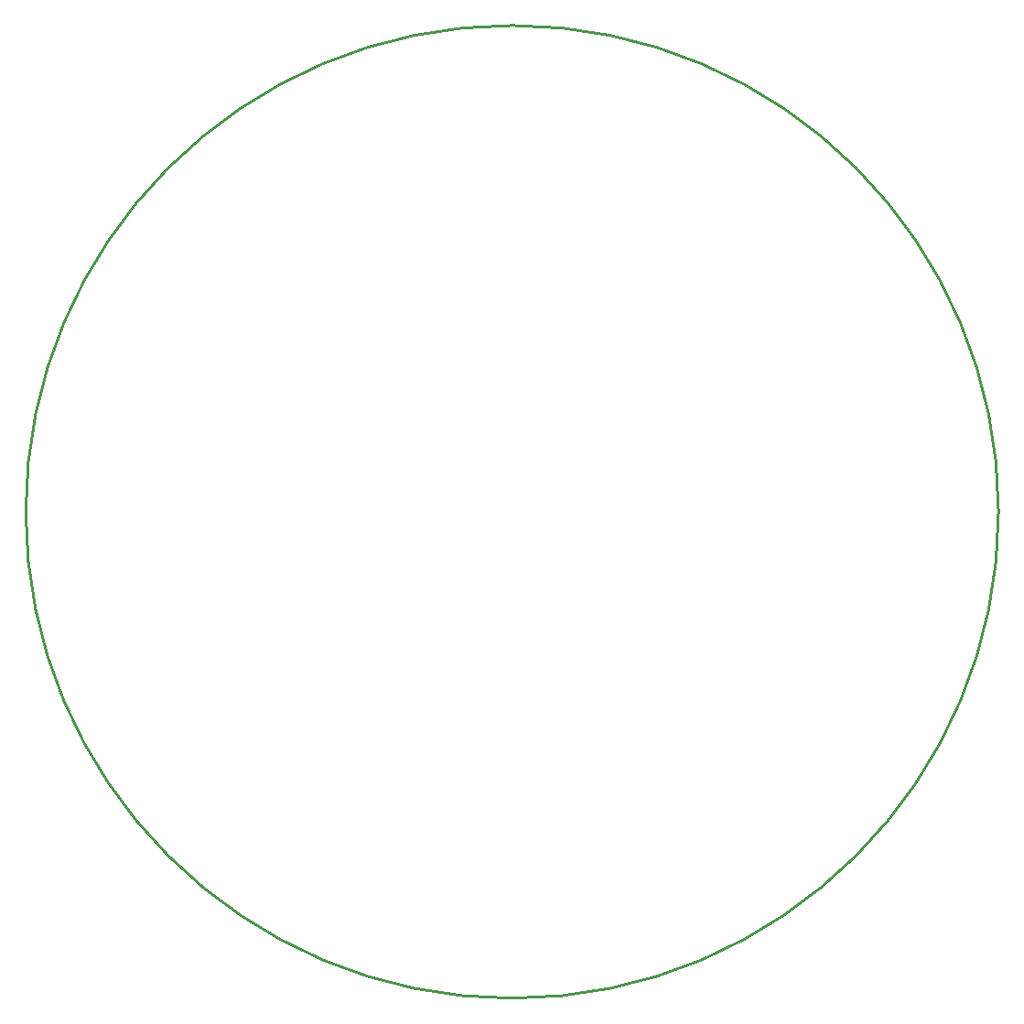
<source format=gbr>
G04 #@! TF.GenerationSoftware,KiCad,Pcbnew,6.0.4-6f826c9f35~116~ubuntu20.04.1*
G04 #@! TF.CreationDate,2022-04-14T13:24:01-04:00*
G04 #@! TF.ProjectId,LWA Balun 2020,4c574120-4261-46c7-956e-20323032302e,rev?*
G04 #@! TF.SameCoordinates,Original*
G04 #@! TF.FileFunction,Other,Comment*
%FSLAX46Y46*%
G04 Gerber Fmt 4.6, Leading zero omitted, Abs format (unit mm)*
G04 Created by KiCad (PCBNEW 6.0.4-6f826c9f35~116~ubuntu20.04.1) date 2022-04-14 13:24:01*
%MOMM*%
%LPD*%
G01*
G04 APERTURE LIST*
%ADD10C,0.254000*%
G04 APERTURE END LIST*
D10*
X191304040Y-100076000D02*
G75*
G03*
X191304040Y-100076000I-45000040J0D01*
G01*
M02*

</source>
